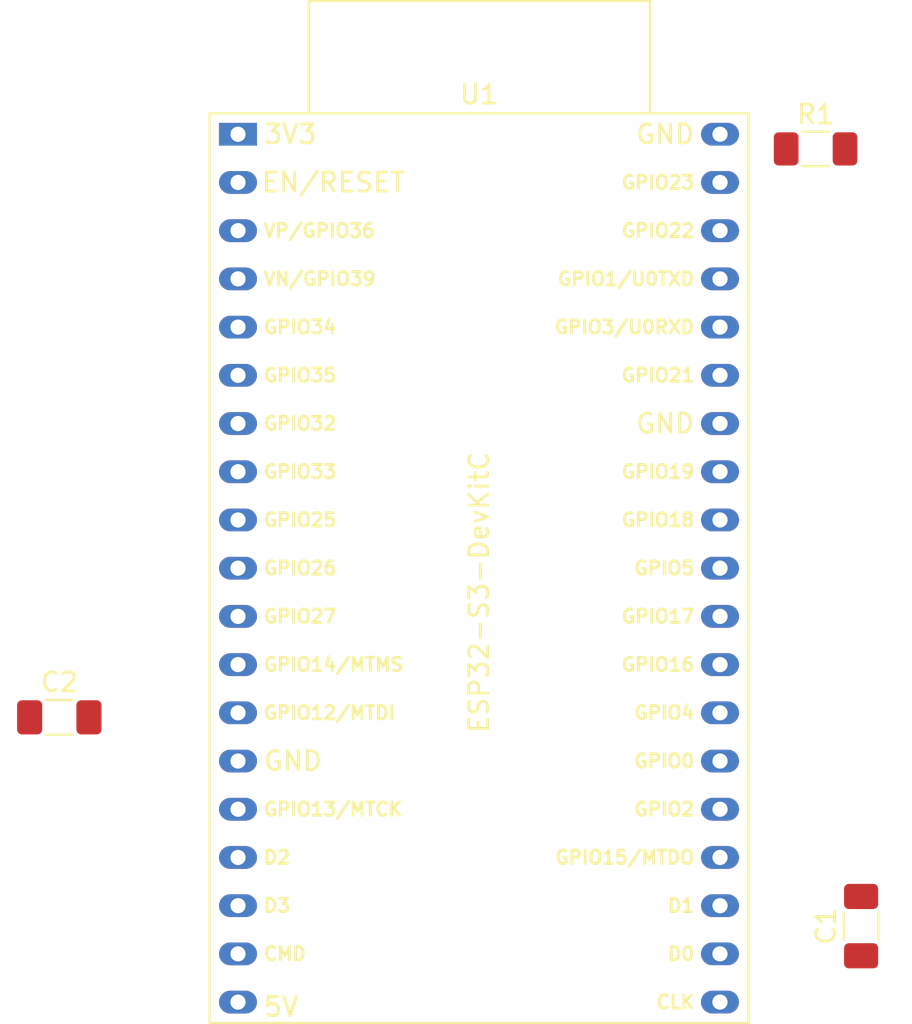
<source format=kicad_pcb>
(kicad_pcb (version 20240108) (generator "pcbnew") (generator_version "8.0")
  (layers (0 "F.Cu" signal) (31 "B.Cu" signal) (34 "B.Paste" user) (35 "F.Paste" user) (36 "B.SilkS" user "B.Silkscreen") (37 "F.SilkS" user "F.Silkscreen") (38 "B.Mask" user) (39 "F.Mask" user) (44 "Edge.Cuts" user))
  (net 0 "")
  (net 1 "GND")
  (net 2 "5V")
  (net 3 "3V3")
  (footprint "PCM_Espressif:ESP32-DevKitC" (layer "F.Cu") (at 97.85368 78.78272)
    (property "Reference" "U1" (at 12.7 -2.1 0) (layer "F.SilkS"))
    (property "Value" "ESP32-S3-DevKitC" (at 12.7 24.13 90) (layer "F.SilkS"))
    (fp_line (start -1.5 46.82) (end 26.899999 46.82) (stroke (width 0.12)) (layer "F.SilkS"))
    (fp_line (start -1.499999 -1.1) (end -1.5 46.82) (stroke (width 0.12)) (layer "F.SilkS"))
    (fp_line (start 3.73012 -7.01312) (end 21.71332 -7.01312) (stroke (width 0.12)) (layer "F.SilkS"))
    (fp_line (start 3.73012 -1.12032) (end 3.73012 -7.01312) (stroke (width 0.12)) (layer "F.SilkS"))
    (fp_line (start 21.71332 -7.01312) (end 21.71332 -1.12032) (stroke (width 0.12)) (layer "F.SilkS"))
    (fp_line (start 26.899999 46.82) (end 26.9 -1.1) (stroke (width 0.12)) (layer "F.SilkS"))
    (fp_line (start 26.9 -1.1) (end -1.499999 -1.1) (stroke (width 0.12)) (layer "F.SilkS"))
    (fp_text user "GPIO2" (at 24.13 35.56 0) (layer "F.SilkS") (effects (font (size 0.7 0.7)) (justify right)))
    (fp_text user "GPIO32" (at 1.27 15.24 0) (layer "F.SilkS") (effects (font (size 0.7 0.7)) (justify left)))
    (fp_text user "3V3" (at 1.27 0 0) (layer "F.SilkS") (effects (justify left)))
    (fp_text user "GPIO13/MTCK" (at 1.27 35.56 0) (layer "F.SilkS") (effects (font (size 0.7 0.7)) (justify left)))
    (fp_text user "GPIO33" (at 1.27 17.78 0) (layer "F.SilkS") (effects (font (size 0.7 0.7)) (justify left)))
    (fp_text user "GPIO22" (at 24.13 5.08 0) (layer "F.SilkS") (effects (font (size 0.7 0.7)) (justify right)))
    (fp_text user "GPIO19" (at 24.13 17.78 0) (layer "F.SilkS") (effects (font (size 0.7 0.7)) (justify right)))
    (fp_text user "GPIO16" (at 24.13 27.94 0) (layer "F.SilkS") (effects (font (size 0.7 0.7)) (justify right)))
    (fp_text user "GPIO27" (at 1.27 25.4 0) (layer "F.SilkS") (effects (font (size 0.7 0.7)) (justify left)))
    (fp_text user "GPIO18" (at 24.13 20.32 0) (layer "F.SilkS") (effects (font (size 0.7 0.7)) (justify right)))
    (fp_text user "GND" (at 1.27 33.02 0) (layer "F.SilkS") (effects (justify left)))
    (fp_text user "GND" (at 24.13 0 0) (layer "F.SilkS") (effects (justify right)))
    (fp_text user "GPIO14/MTMS" (at 1.27 27.94 0) (layer "F.SilkS") (effects (font (size 0.7 0.7)) (justify left)))
    (fp_text user "GPIO25" (at 1.27 20.32 0) (layer "F.SilkS") (effects (font (size 0.7 0.7)) (justify left)))
    (fp_text user "CMD" (at 1.27 43.18 0) (layer "F.SilkS") (effects (font (size 0.7 0.7)) (justify left)))
    (fp_text user "GPIO23" (at 24.13 2.54 0) (layer "F.SilkS") (effects (font (size 0.7 0.7)) (justify right)))
    (fp_text user "D3" (at 1.27 40.64 0) (layer "F.SilkS") (effects (font (size 0.7 0.7)) (justify left)))
    (fp_text user "GPIO0" (at 24.13 33.02 0) (layer "F.SilkS") (effects (font (size 0.7 0.7)) (justify right)))
    (fp_text user "GPIO3/U0RXD" (at 24.13 10.16 0) (layer "F.SilkS") (effects (font (size 0.7 0.7)) (justify right)))
    (fp_text user "GPIO34" (at 1.27 10.16 0) (layer "F.SilkS") (effects (font (size 0.7 0.7)) (justify left)))
    (fp_text user "EN/RESET" (at 8.88632 2.53728 0) (layer "F.SilkS") (effects (justify right)))
    (fp_text user "GPIO17" (at 24.13 25.4 0) (layer "F.SilkS") (effects (font (size 0.7 0.7)) (justify right)))
    (fp_text user "GPIO35" (at 1.27 12.7 0) (layer "F.SilkS") (effects (font (size 0.7 0.7)) (justify left)))
    (fp_text user "VN/GPIO39" (at 1.27 7.62 0) (layer "F.SilkS") (effects (font (size 0.7 0.7)) (justify left)))
    (fp_text user "GPIO4" (at 24.13 30.48 0) (layer "F.SilkS") (effects (font (size 0.7 0.7)) (justify right)))
    (fp_text user "D0" (at 24.13 43.18 0) (layer "F.SilkS") (effects (font (size 0.7 0.7)) (justify right)))
    (fp_text user "GPIO5" (at 24.13 22.86 0) (layer "F.SilkS") (effects (font (size 0.7 0.7)) (justify right)))
    (fp_text user "5V" (at 1.26632 45.97128 0) (layer "F.SilkS") (effects (justify left)))
    (fp_text user "D2" (at 1.27 38.1 0) (layer "F.SilkS") (effects (font (size 0.7 0.7)) (justify left)))
    (fp_text user "GPIO21" (at 24.13 12.7 0) (layer "F.SilkS") (effects (font (size 0.7 0.7)) (justify right)))
    (fp_text user "VP/GPIO36" (at 1.27 5.08 0) (layer "F.SilkS") (effects (font (size 0.7 0.7)) (justify left)))
    (fp_text user "D1" (at 24.13 40.64 0) (layer "F.SilkS") (effects (font (size 0.7 0.7)) (justify right)))
    (fp_text user "CLK" (at 24.13 45.72 0) (layer "F.SilkS") (effects (font (size 0.7 0.7)) (justify right)))
    (fp_text user "GPIO26" (at 1.27 22.86 0) (layer "F.SilkS") (effects (font (size 0.7 0.7)) (justify left)))
    (fp_text user "GPIO12/MTDI" (at 1.27 30.48 0) (layer "F.SilkS") (effects (font (size 0.7 0.7)) (justify left)))
    (fp_text user "GPIO1/U0TXD" (at 24.13 7.62 0) (layer "F.SilkS") (effects (font (size 0.7 0.7)) (justify right)))
    (fp_text user "GND" (at 24.13 15.24 0) (layer "F.SilkS") (effects (justify right)))
    (fp_text user "GPIO15/MTDO" (at 24.13 38.1 0) (layer "F.SilkS") (effects (font (size 0.7 0.7)) (justify right)))
    (pad "1" thru_hole rect (at 0 0 270) (size 1.2 2) (drill 0.8) (layers "*.Cu" "*.Mask") (net 3 "3V3"))
    (pad "2" thru_hole oval (at 0 2.54 270) (size 1.2 2) (drill 0.8) (layers "*.Cu" "*.Mask"))
    (pad "3" thru_hole oval (at 0 5.08 270) (size 1.2 2) (drill 0.8) (layers "*.Cu" "*.Mask"))
    (pad "4" thru_hole oval (at 0 7.62 270) (size 1.2 2) (drill 0.8) (layers "*.Cu" "*.Mask"))
    (pad "5" thru_hole oval (at 0 10.16 270) (size 1.2 2) (drill 0.8) (layers "*.Cu" "*.Mask"))
    (pad "6" thru_hole oval (at 0 12.7 270) (size 1.2 2) (drill 0.8) (layers "*.Cu" "*.Mask"))
    (pad "7" thru_hole oval (at 0 15.24 270) (size 1.2 2) (drill 0.8) (layers "*.Cu" "*.Mask"))
    (pad "8" thru_hole oval (at 0 17.78 270) (size 1.2 2) (drill 0.8) (layers "*.Cu" "*.Mask"))
    (pad "9" thru_hole oval (at 0 20.32 270) (size 1.2 2) (drill 0.8) (layers "*.Cu" "*.Mask"))
    (pad "10" thru_hole oval (at 0 22.86 270) (size 1.2 2) (drill 0.8) (layers "*.Cu" "*.Mask"))
    (pad "11" thru_hole oval (at 0 25.4 270) (size 1.2 2) (drill 0.8) (layers "*.Cu" "*.Mask"))
    (pad "12" thru_hole oval (at 0 27.94 270) (size 1.2 2) (drill 0.8) (layers "*.Cu" "*.Mask"))
    (pad "13" thru_hole oval (at 0 30.48 270) (size 1.2 2) (drill 0.8) (layers "*.Cu" "*.Mask"))
    (pad "14" thru_hole oval (at 0 33.02 270) (size 1.2 2) (drill 0.8) (layers "*.Cu" "*.Mask") (net 1 "GND"))
    (pad "15" thru_hole oval (at 0 35.56 270) (size 1.2 2) (drill 0.8) (layers "*.Cu" "*.Mask"))
    (pad "16" thru_hole oval (at 0 38.1 270) (size 1.2 2) (drill 0.8) (layers "*.Cu" "*.Mask"))
    (pad "17" thru_hole oval (at 0 40.64 270) (size 1.2 2) (drill 0.8) (layers "*.Cu" "*.Mask"))
    (pad "18" thru_hole oval (at 0 43.18 270) (size 1.2 2) (drill 0.8) (layers "*.Cu" "*.Mask"))
    (pad "19" thru_hole oval (at 0 45.72 270) (size 1.2 2) (drill 0.8) (layers "*.Cu" "*.Mask") (net 2 "5V"))
    (pad "20" thru_hole oval (at 25.39632 45.71728 270) (size 1.2 2) (drill 0.8) (layers "*.Cu" "*.Mask"))
    (pad "21" thru_hole oval (at 25.39632 43.17728 270) (size 1.2 2) (drill 0.8) (layers "*.Cu" "*.Mask"))
    (pad "22" thru_hole oval (at 25.4 40.64 270) (size 1.2 2) (drill 0.8) (layers "*.Cu" "*.Mask"))
    (pad "23" thru_hole oval (at 25.4 38.1 270) (size 1.2 2) (drill 0.8) (layers "*.Cu" "*.Mask"))
    (pad "24" thru_hole oval (at 25.4 35.56 270) (size 1.2 2) (drill 0.8) (layers "*.Cu" "*.Mask"))
    (pad "25" thru_hole oval (at 25.4 33.02 270) (size 1.2 2) (drill 0.8) (layers "*.Cu" "*.Mask"))
    (pad "26" thru_hole oval (at 25.4 30.48 270) (size 1.2 2) (drill 0.8) (layers "*.Cu" "*.Mask"))
    (pad "27" thru_hole oval (at 25.4 27.94 270) (size 1.2 2) (drill 0.8) (layers "*.Cu" "*.Mask"))
    (pad "28" thru_hole oval (at 25.4 25.4 270) (size 1.2 2) (drill 0.8) (layers "*.Cu" "*.Mask"))
    (pad "29" thru_hole oval (at 25.4 22.86 270) (size 1.2 2) (drill 0.8) (layers "*.Cu" "*.Mask"))
    (pad "30" thru_hole oval (at 25.4 20.32 270) (size 1.2 2) (drill 0.8) (layers "*.Cu" "*.Mask"))
    (pad "31" thru_hole oval (at 25.4 17.78 270) (size 1.2 2) (drill 0.8) (layers "*.Cu" "*.Mask"))
    (pad "32" thru_hole oval (at 25.4 15.24 270) (size 1.2 2) (drill 0.8) (layers "*.Cu" "*.Mask") (net 1 "GND"))
    (pad "33" thru_hole oval (at 25.4 12.7 270) (size 1.2 2) (drill 0.8) (layers "*.Cu" "*.Mask"))
    (pad "34" thru_hole oval (at 25.4 10.16 270) (size 1.2 2) (drill 0.8) (layers "*.Cu" "*.Mask"))
    (pad "35" thru_hole oval (at 25.4 7.62 270) (size 1.2 2) (drill 0.8) (layers "*.Cu" "*.Mask"))
    (pad "36" thru_hole oval (at 25.4 5.08 270) (size 1.2 2) (drill 0.8) (layers "*.Cu" "*.Mask"))
    (pad "37" thru_hole oval (at 25.4 2.54 270) (size 1.2 2) (drill 0.8) (layers "*.Cu" "*.Mask"))
    (pad "38" thru_hole oval (at 25.4 0 270) (size 1.2 2) (drill 0.8) (layers "*.Cu" "*.Mask") (net 1 "GND"))
  )
  (footprint "Capacitor_SMD:C_1206_3216Metric_Pad1.33x1.80mm_HandSolder" (layer "F.Cu") (at 130.6875 120.5 90)
    (property "Reference" "C1" (at 0 -1.85 90) (layer "F.SilkS"))
    (property "Value" "C_Small")
    (fp_line (start -0.711252 -0.91) (end 0.711252 -0.91) (stroke (width 0.12)) (layer "F.SilkS"))
    (fp_line (start -0.711252 0.91) (end 0.711252 0.91) (stroke (width 0.12)) (layer "F.SilkS"))
    (pad "1" smd roundrect (at -1.5625 0 90) (size 1.325 1.8) (layers "F.Cu" "F.Paste" "F.Mask") (roundrect_rratio 0.188679) (net 2 "5V"))
    (pad "2" smd roundrect (at 1.5625 0 90) (size 1.325 1.8) (layers "F.Cu" "F.Paste" "F.Mask") (roundrect_rratio 0.188679) (net 1 "GND"))
  )
  (footprint "Capacitor_SMD:C_1206_3216Metric_Pad1.33x1.80mm_HandSolder" (layer "F.Cu") (at 88.4375 109.5)
    (property "Reference" "C2" (at 0 -1.85 0) (layer "F.SilkS"))
    (property "Value" "C_Small")
    (fp_line (start -0.711252 -0.91) (end 0.711252 -0.91) (stroke (width 0.12)) (layer "F.SilkS"))
    (fp_line (start -0.711252 0.91) (end 0.711252 0.91) (stroke (width 0.12)) (layer "F.SilkS"))
    (pad "1" smd roundrect (at -1.5625 0) (size 1.325 1.8) (layers "F.Cu" "F.Paste" "F.Mask") (roundrect_rratio 0.188679) (net 3 "3V3"))
    (pad "2" smd roundrect (at 1.5625 0) (size 1.325 1.8) (layers "F.Cu" "F.Paste" "F.Mask") (roundrect_rratio 0.188679) (net 1 "GND"))
  )
  (footprint "Resistor_SMD:R_1206_3216Metric_Pad1.30x1.75mm_HandSolder" (layer "F.Cu") (at 128.28868 79.5546)
    (property "Reference" "R1" (at 0 -1.82 0) (layer "F.SilkS"))
    (property "Value" "R_Small")
    (fp_line (start -0.727064 -0.91) (end 0.727064 -0.91) (stroke (width 0.12)) (layer "F.SilkS"))
    (fp_line (start -0.727064 0.91) (end 0.727064 0.91) (stroke (width 0.12)) (layer "F.SilkS"))
    (pad "1" smd roundrect (at -1.55 0) (size 1.3 1.75) (layers "F.Cu" "F.Paste" "F.Mask") (roundrect_rratio 0.192308))
    (pad "2" smd roundrect (at 1.55 0) (size 1.3 1.75) (layers "F.Cu" "F.Paste" "F.Mask") (roundrect_rratio 0.192308))
  )
)
</source>
